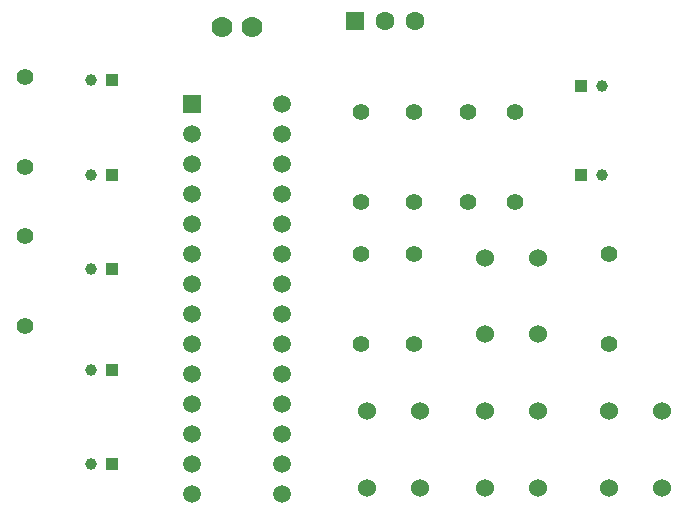
<source format=gtl>
G04 Layer_Physical_Order=1*
G04 Layer_Color=11767835*
%FSLAX25Y25*%
%MOIN*%
G70*
G01*
G75*
%ADD10R,0.06299X0.06299*%
%ADD11C,0.06299*%
%ADD12C,0.05512*%
%ADD13C,0.06000*%
%ADD14C,0.07000*%
%ADD15C,0.05905*%
%ADD16R,0.05905X0.05905*%
%ADD17C,0.03937*%
%ADD18R,0.03937X0.03937*%
D10*
X314803Y360236D02*
D03*
D11*
X324803D02*
D03*
X334803D02*
D03*
D12*
X334646Y299961D02*
D03*
Y329961D02*
D03*
X316929Y252717D02*
D03*
Y282717D02*
D03*
X204724Y288622D02*
D03*
Y258622D02*
D03*
X368110Y299961D02*
D03*
Y329961D02*
D03*
X352362Y299961D02*
D03*
Y329961D02*
D03*
X399606Y252717D02*
D03*
Y282717D02*
D03*
X334646D02*
D03*
Y252717D02*
D03*
X316929Y329961D02*
D03*
Y299961D02*
D03*
X204724Y341772D02*
D03*
Y311772D02*
D03*
D13*
X417323Y204724D02*
D03*
Y230315D02*
D03*
X399606Y204724D02*
D03*
Y230315D02*
D03*
X336614Y204724D02*
D03*
Y230315D02*
D03*
X318898Y204724D02*
D03*
Y230315D02*
D03*
X375984Y204724D02*
D03*
Y230315D02*
D03*
X358268Y204724D02*
D03*
Y230315D02*
D03*
X375984Y255905D02*
D03*
Y281496D02*
D03*
X358268Y255905D02*
D03*
Y281496D02*
D03*
D14*
X270591Y358268D02*
D03*
X280591D02*
D03*
D15*
X290591Y202717D02*
D03*
Y212717D02*
D03*
Y222717D02*
D03*
Y232717D02*
D03*
Y242717D02*
D03*
Y252717D02*
D03*
Y262717D02*
D03*
Y272717D02*
D03*
Y282717D02*
D03*
Y292717D02*
D03*
Y302717D02*
D03*
Y312717D02*
D03*
Y322717D02*
D03*
Y332717D02*
D03*
X260591Y202717D02*
D03*
Y212717D02*
D03*
Y222717D02*
D03*
Y232717D02*
D03*
Y242717D02*
D03*
Y252717D02*
D03*
Y262717D02*
D03*
Y272717D02*
D03*
Y282717D02*
D03*
Y292717D02*
D03*
Y302717D02*
D03*
Y312717D02*
D03*
Y322717D02*
D03*
D16*
Y332717D02*
D03*
D17*
X226752Y340551D02*
D03*
Y212598D02*
D03*
Y244094D02*
D03*
Y277559D02*
D03*
Y309055D02*
D03*
X397264Y338583D02*
D03*
Y309055D02*
D03*
D18*
X233752Y340551D02*
D03*
Y212598D02*
D03*
Y244094D02*
D03*
Y277559D02*
D03*
Y309055D02*
D03*
X390264Y338583D02*
D03*
Y309055D02*
D03*
M02*

</source>
